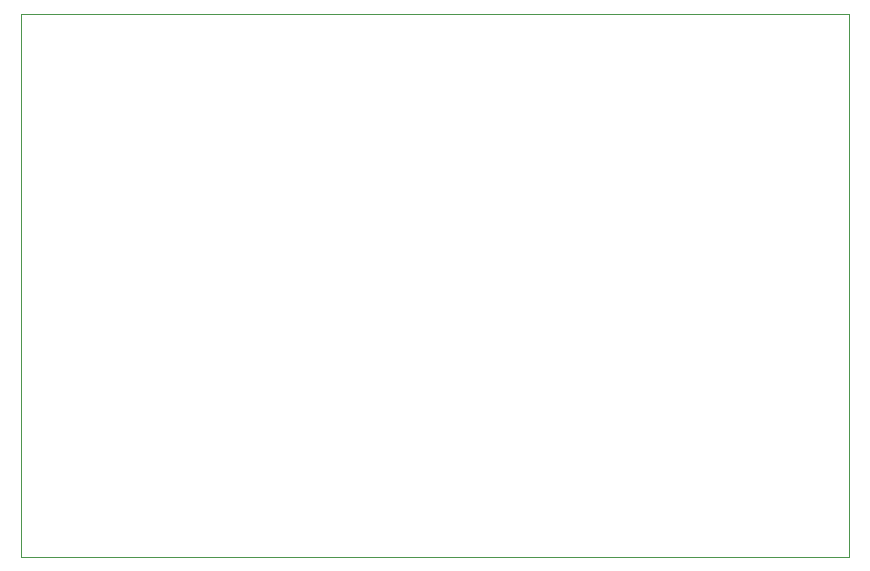
<source format=gbr>
%TF.GenerationSoftware,KiCad,Pcbnew,9.0.6*%
%TF.CreationDate,2025-11-24T17:16:53-08:00*%
%TF.ProjectId,Hackpad,4861636b-7061-4642-9e6b-696361645f70,rev?*%
%TF.SameCoordinates,Original*%
%TF.FileFunction,Profile,NP*%
%FSLAX46Y46*%
G04 Gerber Fmt 4.6, Leading zero omitted, Abs format (unit mm)*
G04 Created by KiCad (PCBNEW 9.0.6) date 2025-11-24 17:16:53*
%MOMM*%
%LPD*%
G01*
G04 APERTURE LIST*
%TA.AperFunction,Profile*%
%ADD10C,0.050000*%
%TD*%
G04 APERTURE END LIST*
D10*
X119830000Y-84000000D02*
X189940000Y-84000000D01*
X189940000Y-130000000D01*
X119830000Y-130000000D01*
X119830000Y-84000000D01*
M02*

</source>
